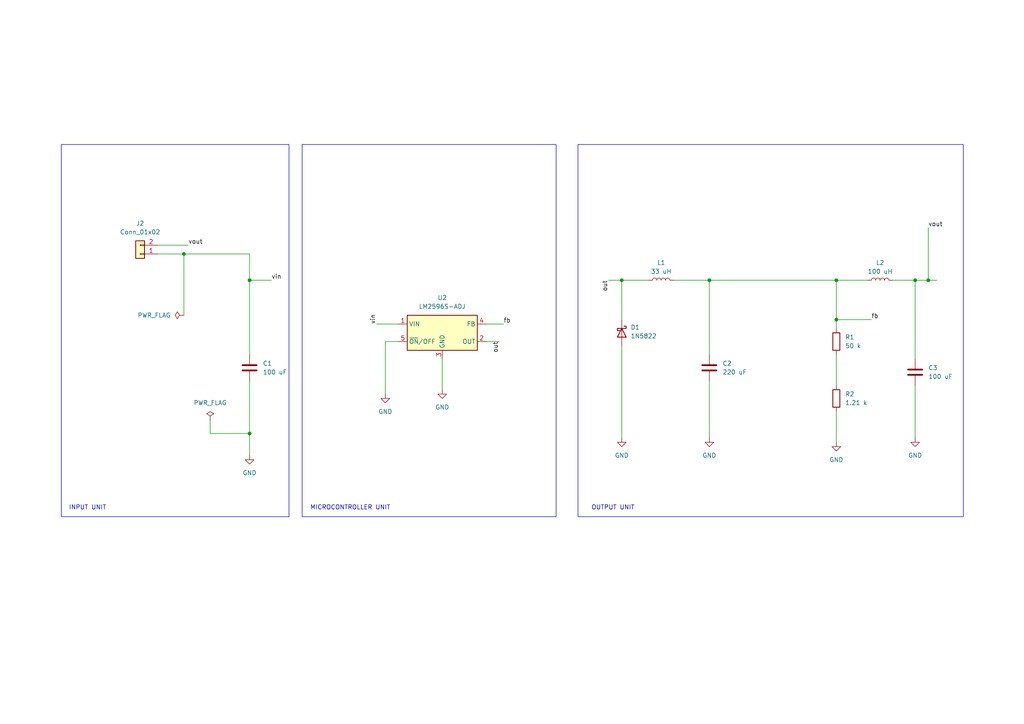
<source format=kicad_sch>
(kicad_sch (version 20231120) (generator "eeschema") (generator_version "8.0")
  (paper "A4")
  (lib_symbols
    (symbol "Connector_Generic:Conn_01x02" (pin_names (offset 1.016) hide)
      (property "Reference" "J" (at 0 2.54 0))
      (property "Value" "Conn_01x02" (at 0 -5.08 0))
      (symbol "Conn_01x02_1_1"
        (rectangle (start -1.27 -2.413) (end 0 -2.667) (stroke (width 0.1524)))
        (rectangle (start -1.27 0.127) (end 0 -0.127) (stroke (width 0.1524)))
        (rectangle (start -1.27 1.27) (end 1.27 -3.81) (stroke (width 0.254)) (fill (type background)))
        (pin passive line (at -5.08 0 0) (length 3.81) (name "Pin_1") (number "1"))
        (pin passive line (at -5.08 -2.54 0) (length 3.81) (name "Pin_2") (number "2"))
      )
    )
    (symbol "Device:C" (pin_numbers hide) (pin_names (offset 0.254))
      (property "Reference" "C" (at 0.635 2.54 0))
      (property "Value" "C" (at 0.635 -2.54 0))
      (symbol "C_0_1"
        (polyline (pts (xy -2.032 -0.762) (xy 2.032 -0.762)) (stroke (width 0.508)))
        (polyline (pts (xy -2.032 0.762) (xy 2.032 0.762)) (stroke (width 0.508)))
      )
      (symbol "C_1_1"
        (pin passive line (at 0 3.81 270) (length 2.794) (name "~") (number "1"))
        (pin passive line (at 0 -3.81 90) (length 2.794) (name "~") (number "2"))
      )
    )
    (symbol "Device:L" (pin_numbers hide) (pin_names (offset 1.016) hide)
      (property "Reference" "L" (at -1.27 0 90))
      (property "Value" "L" (at 1.905 0 90))
      (symbol "L_0_1"
        (arc (start 0 -2.54) (mid 0.6323 -1.905) (end 0 -1.27))
        (arc (start 0 -1.27) (mid 0.6323 -0.635) (end 0 0))
        (arc (start 0 0) (mid 0.6323 0.635) (end 0 1.27))
        (arc (start 0 1.27) (mid 0.6323 1.905) (end 0 2.54))
      )
      (symbol "L_1_1"
        (pin passive line (at 0 3.81 270) (length 1.27) (name "1") (number "1"))
        (pin passive line (at 0 -3.81 90) (length 1.27) (name "2") (number "2"))
      )
    )
    (symbol "Device:R" (pin_numbers hide) (pin_names (offset 0))
      (property "Reference" "R" (at 2.032 0 90))
      (property "Value" "R" (at 0 0 90))
      (symbol "R_0_1"
        (rectangle (start -1.016 -2.54) (end 1.016 2.54) (stroke (width 0.254)))
      )
      (symbol "R_1_1"
        (pin passive line (at 0 3.81 270) (length 1.27) (name "~") (number "1"))
        (pin passive line (at 0 -3.81 90) (length 1.27) (name "~") (number "2"))
      )
    )
    (symbol "Diode:1N5822" (pin_numbers hide) (pin_names (offset 1.016) hide)
      (property "Reference" "D" (at 0 2.54 0))
      (property "Value" "1N5822" (at 0 -2.54 0))
      (symbol "1N5822_0_1"
        (polyline (pts (xy 1.27 0) (xy -1.27 0)))
        (polyline (pts (xy 1.27 1.27) (xy 1.27 -1.27) (xy -1.27 0) (xy 1.27 1.27)) (stroke (width 0.254)))
        (polyline (pts (xy -1.905 0.635) (xy -1.905 1.27) (xy -1.27 1.27) (xy -1.27 -1.27) (xy -0.635 -1.27) (xy -0.635 -0.635)) (stroke (width 0.254)))
      )
      (symbol "1N5822_1_1"
        (pin passive line (at -3.81 0 0) (length 2.54) (name "K") (number "1"))
        (pin passive line (at 3.81 0 180) (length 2.54) (name "A") (number "2"))
      )
    )
    (symbol "Regulator_Switching:LM2596S-ADJ"
      (property "Reference" "U" (at -10.16 6.35 0))
      (property "Value" "LM2596S-ADJ" (at 0 6.35 0))
      (symbol "LM2596S-ADJ_0_1"
        (rectangle (start -10.16 5.08) (end 10.16 -5.08) (stroke (width 0.254)) (fill (type background)))
      )
      (symbol "LM2596S-ADJ_1_1"
        (pin power_in line (at -12.7 2.54 0) (length 2.54) (name "VIN") (number "1"))
        (pin output line (at 12.7 -2.54 180) (length 2.54) (name "OUT") (number "2"))
        (pin power_in line (at 0 -7.62 90) (length 2.54) (name "GND") (number "3"))
        (pin input line (at 12.7 2.54 180) (length 2.54) (name "FB") (number "4"))
        (pin input line (at -12.7 -2.54 0) (length 2.54) (name "~{ON}/OFF") (number "5"))
      )
    )
    (symbol "power:GND" (power) (pin_numbers hide) (pin_names (offset 0) hide)
      (property "Value" "GND" (at 0 -3.81 0))
      (symbol "GND_0_1"
        (polyline (pts (xy 0 0) (xy 0 -1.27) (xy 1.27 -1.27) (xy 0 -2.54) (xy -1.27 -1.27) (xy 0 -1.27)))
      )
      (symbol "GND_1_1"
        (pin power_in line (at 0 0 270) (length 0) (name "~") (number "1"))
      )
    )
    (symbol "power:PWR_FLAG" (power) (pin_numbers hide) (pin_names (offset 0) hide)
      (property "Value" "PWR_FLAG" (at 0 3.81 0))
      (symbol "PWR_FLAG_0_0"
        (pin power_out line (at 0 0 90) (length 0) (name "~") (number "1"))
      )
      (symbol "PWR_FLAG_0_1"
        (polyline (pts (xy 0 0) (xy 0 1.27) (xy -1.016 1.905) (xy 0 2.54) (xy 1.016 1.905) (xy 0 1.27)))
      )
    )
  )
  (junction (at 205.74 81.28))
  (junction (at 72.39 125.73))
  (junction (at 269.24 81.28))
  (junction (at 242.57 92.71))
  (junction (at 265.43 81.28))
  (junction (at 72.39 81.28))
  (junction (at 242.57 81.28))
  (junction (at 180.34 81.28))
  (junction (at 53.34 73.66))
  (wire (pts (xy 269.24 66.04) (xy 269.24 81.28)))
  (wire (pts (xy 180.34 81.28) (xy 187.96 81.28)))
  (wire (pts (xy 252.73 92.71) (xy 242.57 92.71)))
  (wire (pts (xy 60.96 125.73) (xy 72.39 125.73)))
  (wire (pts (xy 242.57 81.28) (xy 242.57 92.71)))
  (wire (pts (xy 53.34 73.66) (xy 72.39 73.66)))
  (wire (pts (xy 269.24 81.28) (xy 271.78 81.28)))
  (wire (pts (xy 195.58 81.28) (xy 205.74 81.28)))
  (wire (pts (xy 72.39 73.66) (xy 72.39 81.28)))
  (wire (pts (xy 265.43 111.76) (xy 265.43 127)))
  (wire (pts (xy 111.76 99.06) (xy 111.76 114.3)))
  (wire (pts (xy 128.27 104.14) (xy 128.27 113.03)))
  (wire (pts (xy 205.74 81.28) (xy 242.57 81.28)))
  (wire (pts (xy 259.08 81.28) (xy 265.43 81.28)))
  (wire (pts (xy 53.34 73.66) (xy 53.34 91.44)))
  (wire (pts (xy 242.57 81.28) (xy 251.46 81.28)))
  (wire (pts (xy 72.39 110.49) (xy 72.39 125.73)))
  (wire (pts (xy 45.72 71.12) (xy 54.61 71.12)))
  (wire (pts (xy 180.34 81.28) (xy 180.34 92.71)))
  (wire (pts (xy 205.74 81.28) (xy 205.74 102.87)))
  (wire (pts (xy 180.34 100.33) (xy 180.34 127)))
  (wire (pts (xy 72.39 81.28) (xy 72.39 102.87)))
  (wire (pts (xy 265.43 81.28) (xy 269.24 81.28)))
  (wire (pts (xy 115.57 99.06) (xy 111.76 99.06)))
  (wire (pts (xy 265.43 104.14) (xy 265.43 81.28)))
  (wire (pts (xy 242.57 102.87) (xy 242.57 111.76)))
  (wire (pts (xy 242.57 119.38) (xy 242.57 128.27)))
  (wire (pts (xy 176.53 81.28) (xy 180.34 81.28)))
  (wire (pts (xy 140.97 93.98) (xy 146.05 93.98)))
  (wire (pts (xy 205.74 110.49) (xy 205.74 127)))
  (wire (pts (xy 242.57 92.71) (xy 242.57 95.25)))
  (wire (pts (xy 45.72 73.66) (xy 53.34 73.66)))
  (wire (pts (xy 72.39 125.73) (xy 72.39 132.08)))
  (wire (pts (xy 109.22 93.98) (xy 115.57 93.98)))
  (wire (pts (xy 60.96 121.92) (xy 60.96 125.73)))
  (wire (pts (xy 72.39 81.28) (xy 78.74 81.28)))
  (wire (pts (xy 140.97 99.06) (xy 144.78 99.06)))
  (rectangle (start 167.64 41.91) (end 279.4 149.86))
  (rectangle (start 87.63 41.91) (end 161.29 149.86))
  (rectangle (start 87.63 41.91) (end 87.63 41.91))
  (rectangle (start 17.78 41.91) (end 83.82 149.86))
  (text "MICROCONTROLLER UNIT" (at 101.6 147.32 0) (effects (font (size 1.27 1.27))))
  (text "INPUT UNIT" (at 25.4 147.32 0) (effects (font (size 1.27 1.27))))
  (text "OUTPUT UNIT" (at 177.8 147.32 0) (effects (font (size 1.27 1.27))))
  (label "vout" (at 54.61 71.12 0))
  (label "vin" (at 78.74 81.28 0))
  (label "fb" (at 146.05 93.98 0))
  (label "out" (at 176.53 81.28 270))
  (label "vin" (at 109.22 93.98 90))
  (label "vout" (at 269.24 66.04 0))
  (label "out" (at 144.78 99.06 270))
  (label "fb" (at 252.73 92.71 0))
  (symbol (lib_id "Device:C") (at 72.39 106.68 0) (unit 1)
    (property "Reference" "C1" (at 76.2 105.4099 0) (effects (justify left)))
    (property "Value" "100 uF" (at 76.2 107.9499 0) (effects (justify left)))
    (property "Footprint" "Capacitor_THT:C_Radial_D8.0mm_H7.0mm_P3.50mm" (effects (hide yes)))
    (property "Description" "Unpolarized capacitor" (effects (hide yes)))
  )
  (symbol (lib_id "Regulator_Switching:LM2596S-ADJ") (at 128.27 96.52 0) (unit 1)
    (property "Reference" "U2" (at 128.27 86.36 0))
    (property "Value" "LM2596S-ADJ" (at 128.27 88.9 0))
    (property "Footprint" "Package_TO_SOT_SMD:TO-263-5_TabPin3" (effects (hide yes)))
    (property "Datasheet" "http://www.ti.com/lit/ds/symlink/lm2596.pdf" (effects (hide yes)))
    (property "Description" "Adjustable 3A Step-Down Voltage Regulator, TO-263" (effects (hide yes)))
  )
  (symbol (lib_id "power:GND") (at 72.39 132.08 0) (unit 1)
    (property "Reference" "#PWR01" (effects (hide yes)))
    (property "Value" "GND" (at 72.39 137.16 0))
    (property "Description" "Power symbol creates a global label with name \"GND\" , ground" (effects (hide yes)))
  )
  (symbol (lib_id "Device:C") (at 205.74 106.68 0) (unit 1)
    (property "Reference" "C2" (at 209.55 105.4099 0) (effects (justify left)))
    (property "Value" "220 uF" (at 209.55 107.9499 0) (effects (justify left)))
    (property "Footprint" "Capacitor_THT:C_Radial_D8.0mm_H7.0mm_P3.50mm" (effects (hide yes)))
    (property "Description" "Unpolarized capacitor" (effects (hide yes)))
  )
  (symbol (lib_id "power:GND") (at 111.76 114.3 0) (unit 1)
    (property "Reference" "#PWR03" (effects (hide yes)))
    (property "Value" "GND" (at 111.76 119.38 0))
    (property "Description" "Power symbol creates a global label with name \"GND\" , ground" (effects (hide yes)))
  )
  (symbol (lib_id "power:GND") (at 205.74 127 0) (unit 1)
    (property "Reference" "#PWR06" (effects (hide yes)))
    (property "Value" "GND" (at 205.74 132.08 0))
    (property "Description" "Power symbol creates a global label with name \"GND\" , ground" (effects (hide yes)))
  )
  (symbol (lib_id "power:PWR_FLAG") (at 60.96 121.92 0) (unit 1)
    (property "Reference" "#FLG02" (effects (hide yes)))
    (property "Value" "PWR_FLAG" (at 60.96 116.84 0))
    (property "Description" "Special symbol for telling ERC where power comes from" (effects (hide yes)))
  )
  (symbol (lib_id "Device:L") (at 191.77 81.28 90) (unit 1)
    (property "Reference" "L1" (at 191.77 76.2 90))
    (property "Value" "33 uH" (at 191.77 78.74 90))
    (property "Footprint" "Inductor_THT:L_Radial_D10.0mm_P5.00mm_Fastron_07M" (effects (hide yes)))
    (property "Description" "Inductor" (effects (hide yes)))
  )
  (symbol (lib_id "Device:C") (at 265.43 107.95 0) (unit 1)
    (property "Reference" "C3" (at 269.24 106.6799 0) (effects (justify left)))
    (property "Value" "100 uF" (at 269.24 109.2199 0) (effects (justify left)))
    (property "Footprint" "Capacitor_THT:C_Radial_D8.0mm_H7.0mm_P3.50mm" (effects (hide yes)))
    (property "Description" "Unpolarized capacitor" (effects (hide yes)))
  )
  (symbol (lib_id "Device:R") (at 242.57 99.06 0) (unit 1)
    (property "Reference" "R1" (at 245.11 97.7899 0) (effects (justify left)))
    (property "Value" "50 k" (at 245.11 100.3299 0) (effects (justify left)))
    (property "Footprint" "Resistor_THT:R_Axial_DIN0207_L6.3mm_D2.5mm_P7.62mm_Horizontal" (effects (hide yes)))
    (property "Description" "Resistor" (effects (hide yes)))
  )
  (symbol (lib_id "power:GND") (at 242.57 128.27 0) (unit 1)
    (property "Reference" "#PWR04" (effects (hide yes)))
    (property "Value" "GND" (at 242.57 133.35 0))
    (property "Description" "Power symbol creates a global label with name \"GND\" , ground" (effects (hide yes)))
  )
  (symbol (lib_id "Diode:1N5822") (at 180.34 96.52 270) (unit 1)
    (property "Reference" "D1" (at 182.88 94.9324 90) (effects (justify left)))
    (property "Value" "1N5822" (at 182.88 97.4724 90) (effects (justify left)))
    (property "Footprint" "Diode_THT:D_DO-201AD_P15.24mm_Horizontal" (effects (hide yes)))
    (property "Datasheet" "http://www.vishay.com/docs/88526/1n5820.pdf" (effects (hide yes)))
    (property "Description" "40V 3A Schottky Barrier Rectifier Diode, DO-201AD" (effects (hide yes)))
  )
  (symbol (lib_id "Connector_Generic:Conn_01x02") (at 40.64 73.66 180) (unit 1)
    (property "Reference" "J2" (at 40.64 64.77 0))
    (property "Value" "Conn_01x02" (at 40.64 67.31 0))
    (property "Footprint" "Connector_Wire:SolderWire-2.5sqmm_1x02_P7.2mm_D2.4mm_OD3.6mm" (effects (hide yes)))
    (property "Description" "Generic connector, single row, 01x02, script generated (kicad-library-utils/schlib/autogen/connector/)" (effects (hide yes)))
  )
  (symbol (lib_id "Device:R") (at 242.57 115.57 0) (unit 1)
    (property "Reference" "R2" (at 245.11 114.2999 0) (effects (justify left)))
    (property "Value" "1.21 k" (at 245.11 116.8399 0) (effects (justify left)))
    (property "Footprint" "Resistor_THT:R_Axial_DIN0207_L6.3mm_D2.5mm_P7.62mm_Horizontal" (effects (hide yes)))
    (property "Description" "Resistor" (effects (hide yes)))
  )
  (symbol (lib_id "power:GND") (at 265.43 127 0) (unit 1)
    (property "Reference" "#PWR07" (effects (hide yes)))
    (property "Value" "GND" (at 265.43 132.08 0))
    (property "Description" "Power symbol creates a global label with name \"GND\" , ground" (effects (hide yes)))
  )
  (symbol (lib_id "power:PWR_FLAG") (at 53.34 91.44 90) (unit 1)
    (property "Reference" "#FLG01" (effects (hide yes)))
    (property "Value" "PWR_FLAG" (at 49.53 91.4399 90) (effects (justify left)))
    (property "Description" "Special symbol for telling ERC where power comes from" (effects (hide yes)))
  )
  (symbol (lib_id "power:GND") (at 180.34 127 0) (unit 1)
    (property "Reference" "#PWR05" (effects (hide yes)))
    (property "Value" "GND" (at 180.34 132.08 0))
    (property "Description" "Power symbol creates a global label with name \"GND\" , ground" (effects (hide yes)))
  )
  (symbol (lib_id "power:GND") (at 128.27 113.03 0) (unit 1)
    (property "Reference" "#PWR02" (effects (hide yes)))
    (property "Value" "GND" (at 128.27 118.11 0))
    (property "Description" "Power symbol creates a global label with name \"GND\" , ground" (effects (hide yes)))
  )
  (symbol (lib_id "Device:L") (at 255.27 81.28 90) (unit 1)
    (property "Reference" "L2" (at 255.27 76.2 90))
    (property "Value" "100 uH" (at 255.27 78.74 90))
    (property "Footprint" "Inductor_THT:L_Radial_D10.0mm_P5.00mm_Fastron_07M" (effects (hide yes)))
    (property "Description" "Inductor" (effects (hide yes)))
  )
)
</source>
